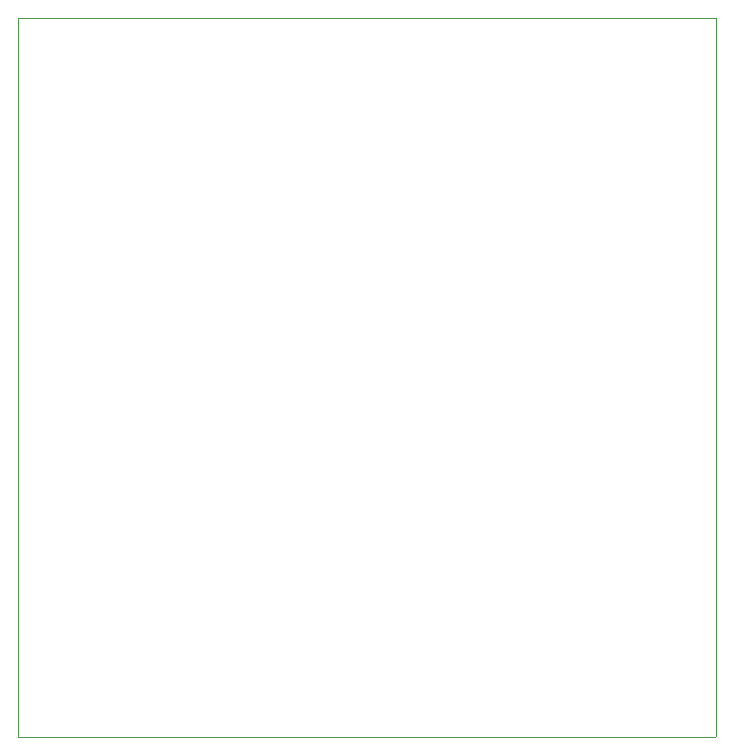
<source format=gbr>
%TF.GenerationSoftware,KiCad,Pcbnew,7.0.10*%
%TF.CreationDate,2024-07-04T11:23:38+05:30*%
%TF.ProjectId,Drive_Node,44726976-655f-44e6-9f64-652e6b696361,rev?*%
%TF.SameCoordinates,Original*%
%TF.FileFunction,Profile,NP*%
%FSLAX46Y46*%
G04 Gerber Fmt 4.6, Leading zero omitted, Abs format (unit mm)*
G04 Created by KiCad (PCBNEW 7.0.10) date 2024-07-04 11:23:38*
%MOMM*%
%LPD*%
G01*
G04 APERTURE LIST*
%TA.AperFunction,Profile*%
%ADD10C,0.100000*%
%TD*%
G04 APERTURE END LIST*
D10*
X170346446Y-111500000D02*
X170246446Y-111600000D01*
X111246446Y-111600000D01*
X111246446Y-50700000D01*
X170346446Y-50700000D01*
X170346446Y-111500000D01*
M02*

</source>
